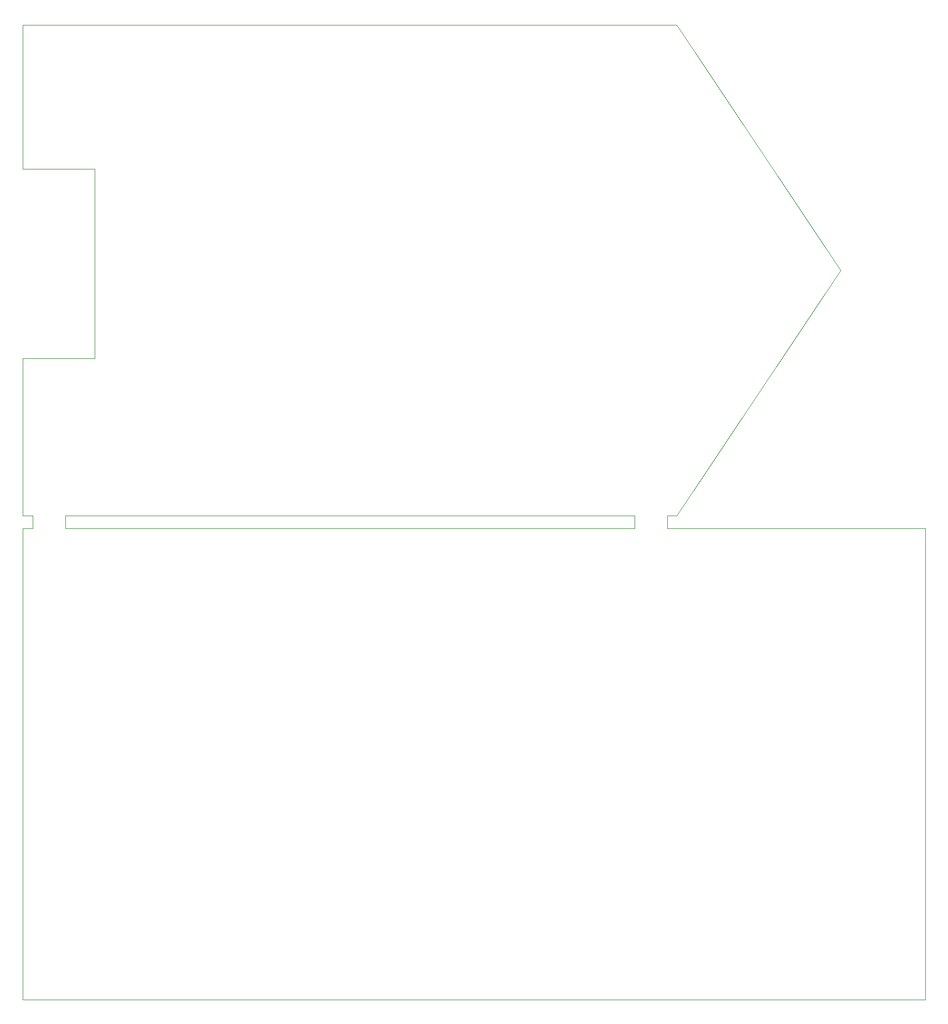
<source format=gbr>
G04 #@! TF.GenerationSoftware,KiCad,Pcbnew,(6.0.7)*
G04 #@! TF.CreationDate,2022-08-30T21:45:04-07:00*
G04 #@! TF.ProjectId,CombinedPanel,436f6d62-696e-4656-9450-616e656c2e6b,rev?*
G04 #@! TF.SameCoordinates,Original*
G04 #@! TF.FileFunction,Profile,NP*
%FSLAX46Y46*%
G04 Gerber Fmt 4.6, Leading zero omitted, Abs format (unit mm)*
G04 Created by KiCad (PCBNEW (6.0.7)) date 2022-08-30 21:45:04*
%MOMM*%
%LPD*%
G01*
G04 APERTURE LIST*
G04 #@! TA.AperFunction,Profile*
%ADD10C,0.100000*%
G04 #@! TD*
G04 #@! TA.AperFunction,Profile*
%ADD11C,0.050000*%
G04 #@! TD*
G04 #@! TA.AperFunction,Profile*
%ADD12C,0.120000*%
G04 #@! TD*
G04 APERTURE END LIST*
D10*
X69000000Y16000000D02*
X69000000Y-13000000D01*
X58000000Y16000000D02*
X58000000Y38000000D01*
X58000000Y16000000D02*
X69000000Y16000000D01*
X69000000Y-13000000D02*
X58000000Y-13000000D01*
X58000000Y38000000D02*
X158000000Y38000000D01*
X58000000Y-13000000D02*
X58000000Y-37000000D01*
X59000000Y-37000000D02*
X58000000Y-37000000D01*
X183000000Y500000D02*
X158000000Y-37000000D01*
X158000000Y-37000000D02*
X157000000Y-37000000D01*
X158000000Y38000000D02*
X183000000Y500000D01*
X151000000Y-37000000D02*
X65000000Y-37000000D01*
X65000000Y-39000000D02*
X151000000Y-39000000D01*
X58000000Y-39000000D02*
X59000000Y-39000000D01*
D11*
X196000000Y-111000000D02*
X58000000Y-111000000D01*
X58000000Y-111000000D02*
X58000000Y-39000000D01*
X196000000Y-39000000D02*
X196000000Y-111000000D01*
X157000000Y-39000000D02*
X196000000Y-39000000D01*
D12*
X156500000Y-39000000D02*
X157000000Y-39000000D01*
X151000000Y-39000000D02*
X151500000Y-39000000D01*
X156500000Y-37000000D02*
X157000000Y-37000000D01*
X151000000Y-37000000D02*
X151500000Y-37000000D01*
X151500000Y-39000000D02*
X151500000Y-37000000D01*
X156500000Y-37000000D02*
X156500000Y-39000000D01*
X64500000Y-39000000D02*
X65000000Y-39000000D01*
X59000000Y-39000000D02*
X59500000Y-39000000D01*
X64500000Y-37000000D02*
X65000000Y-37000000D01*
X59000000Y-37000000D02*
X59500000Y-37000000D01*
X59500000Y-39000000D02*
X59500000Y-37000000D01*
X64500000Y-37000000D02*
X64500000Y-39000000D01*
M02*

</source>
